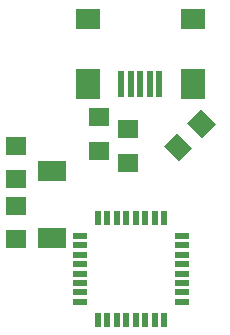
<source format=gtp>
G75*
G70*
%OFA0B0*%
%FSLAX24Y24*%
%IPPOS*%
%LPD*%
%AMOC8*
5,1,8,0,0,1.08239X$1,22.5*
%
%ADD10R,0.0500X0.0200*%
%ADD11R,0.0200X0.0500*%
%ADD12R,0.0710X0.0630*%
%ADD13R,0.0630X0.0709*%
%ADD14R,0.0709X0.0630*%
%ADD15R,0.0787X0.0709*%
%ADD16R,0.0787X0.0984*%
%ADD17R,0.0197X0.0906*%
%ADD18R,0.0945X0.0669*%
D10*
X003408Y004551D03*
X003408Y004866D03*
X003408Y005181D03*
X003408Y005496D03*
X003408Y005811D03*
X003408Y006126D03*
X003408Y006441D03*
X003408Y006756D03*
X006788Y006756D03*
X006788Y006441D03*
X006788Y006126D03*
X006788Y005811D03*
X006788Y005496D03*
X006788Y005181D03*
X006788Y004866D03*
X006788Y004551D03*
D11*
X006200Y003964D03*
X005885Y003964D03*
X005570Y003964D03*
X005255Y003964D03*
X004940Y003964D03*
X004626Y003964D03*
X004311Y003964D03*
X003996Y003964D03*
X003996Y007344D03*
X004311Y007344D03*
X004626Y007344D03*
X004940Y007344D03*
X005255Y007344D03*
X005570Y007344D03*
X005885Y007344D03*
X006200Y007344D03*
D12*
X005011Y009196D03*
X005011Y010316D03*
X004047Y010709D03*
X004047Y009590D03*
D13*
G36*
X006196Y009747D02*
X006642Y010193D01*
X007142Y009693D01*
X006696Y009247D01*
X006196Y009747D01*
G37*
G36*
X006975Y010527D02*
X007421Y010973D01*
X007921Y010473D01*
X007475Y010027D01*
X006975Y010527D01*
G37*
D14*
X001271Y009756D03*
X001271Y008654D03*
X001271Y007748D03*
X001271Y006646D03*
D15*
X003653Y013992D03*
X007157Y013992D03*
D16*
X007157Y011827D03*
X003653Y011827D03*
D17*
X004775Y011827D03*
X005090Y011827D03*
X005405Y011827D03*
X005720Y011827D03*
X006035Y011827D03*
D18*
X002452Y008909D03*
X002452Y006665D03*
M02*

</source>
